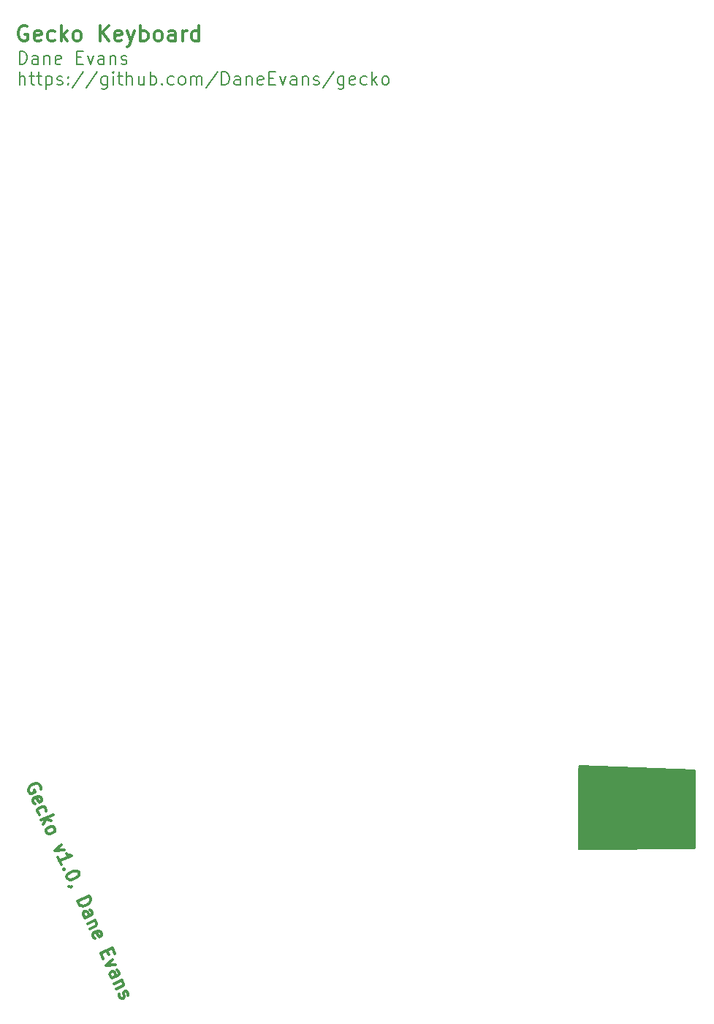
<source format=gbr>
%TF.GenerationSoftware,KiCad,Pcbnew,8.0.3*%
%TF.CreationDate,2024-09-02T20:30:28+10:00*%
%TF.ProjectId,Top_plate,546f705f-706c-4617-9465-2e6b69636164,rev?*%
%TF.SameCoordinates,Original*%
%TF.FileFunction,Copper,L1,Top*%
%TF.FilePolarity,Positive*%
%FSLAX46Y46*%
G04 Gerber Fmt 4.6, Leading zero omitted, Abs format (unit mm)*
G04 Created by KiCad (PCBNEW 8.0.3) date 2024-09-02 20:30:28*
%MOMM*%
%LPD*%
G01*
G04 APERTURE LIST*
%ADD10C,0.200000*%
%TA.AperFunction,NonConductor*%
%ADD11C,0.200000*%
%TD*%
%ADD12C,0.350000*%
%TA.AperFunction,NonConductor*%
%ADD13C,0.350000*%
%TD*%
%ADD14C,0.300000*%
%TA.AperFunction,NonConductor*%
%ADD15C,0.300000*%
%TD*%
G04 APERTURE END LIST*
D10*
D11*
X57688720Y-25391112D02*
X57688720Y-23891112D01*
X57688720Y-23891112D02*
X58045863Y-23891112D01*
X58045863Y-23891112D02*
X58260149Y-23962541D01*
X58260149Y-23962541D02*
X58403006Y-24105398D01*
X58403006Y-24105398D02*
X58474435Y-24248255D01*
X58474435Y-24248255D02*
X58545863Y-24533969D01*
X58545863Y-24533969D02*
X58545863Y-24748255D01*
X58545863Y-24748255D02*
X58474435Y-25033969D01*
X58474435Y-25033969D02*
X58403006Y-25176826D01*
X58403006Y-25176826D02*
X58260149Y-25319684D01*
X58260149Y-25319684D02*
X58045863Y-25391112D01*
X58045863Y-25391112D02*
X57688720Y-25391112D01*
X59831578Y-25391112D02*
X59831578Y-24605398D01*
X59831578Y-24605398D02*
X59760149Y-24462541D01*
X59760149Y-24462541D02*
X59617292Y-24391112D01*
X59617292Y-24391112D02*
X59331578Y-24391112D01*
X59331578Y-24391112D02*
X59188720Y-24462541D01*
X59831578Y-25319684D02*
X59688720Y-25391112D01*
X59688720Y-25391112D02*
X59331578Y-25391112D01*
X59331578Y-25391112D02*
X59188720Y-25319684D01*
X59188720Y-25319684D02*
X59117292Y-25176826D01*
X59117292Y-25176826D02*
X59117292Y-25033969D01*
X59117292Y-25033969D02*
X59188720Y-24891112D01*
X59188720Y-24891112D02*
X59331578Y-24819684D01*
X59331578Y-24819684D02*
X59688720Y-24819684D01*
X59688720Y-24819684D02*
X59831578Y-24748255D01*
X60545863Y-24391112D02*
X60545863Y-25391112D01*
X60545863Y-24533969D02*
X60617292Y-24462541D01*
X60617292Y-24462541D02*
X60760149Y-24391112D01*
X60760149Y-24391112D02*
X60974435Y-24391112D01*
X60974435Y-24391112D02*
X61117292Y-24462541D01*
X61117292Y-24462541D02*
X61188721Y-24605398D01*
X61188721Y-24605398D02*
X61188721Y-25391112D01*
X62474435Y-25319684D02*
X62331578Y-25391112D01*
X62331578Y-25391112D02*
X62045864Y-25391112D01*
X62045864Y-25391112D02*
X61903006Y-25319684D01*
X61903006Y-25319684D02*
X61831578Y-25176826D01*
X61831578Y-25176826D02*
X61831578Y-24605398D01*
X61831578Y-24605398D02*
X61903006Y-24462541D01*
X61903006Y-24462541D02*
X62045864Y-24391112D01*
X62045864Y-24391112D02*
X62331578Y-24391112D01*
X62331578Y-24391112D02*
X62474435Y-24462541D01*
X62474435Y-24462541D02*
X62545864Y-24605398D01*
X62545864Y-24605398D02*
X62545864Y-24748255D01*
X62545864Y-24748255D02*
X61831578Y-24891112D01*
X64331577Y-24605398D02*
X64831577Y-24605398D01*
X65045863Y-25391112D02*
X64331577Y-25391112D01*
X64331577Y-25391112D02*
X64331577Y-23891112D01*
X64331577Y-23891112D02*
X65045863Y-23891112D01*
X65545863Y-24391112D02*
X65903006Y-25391112D01*
X65903006Y-25391112D02*
X66260149Y-24391112D01*
X67474435Y-25391112D02*
X67474435Y-24605398D01*
X67474435Y-24605398D02*
X67403006Y-24462541D01*
X67403006Y-24462541D02*
X67260149Y-24391112D01*
X67260149Y-24391112D02*
X66974435Y-24391112D01*
X66974435Y-24391112D02*
X66831577Y-24462541D01*
X67474435Y-25319684D02*
X67331577Y-25391112D01*
X67331577Y-25391112D02*
X66974435Y-25391112D01*
X66974435Y-25391112D02*
X66831577Y-25319684D01*
X66831577Y-25319684D02*
X66760149Y-25176826D01*
X66760149Y-25176826D02*
X66760149Y-25033969D01*
X66760149Y-25033969D02*
X66831577Y-24891112D01*
X66831577Y-24891112D02*
X66974435Y-24819684D01*
X66974435Y-24819684D02*
X67331577Y-24819684D01*
X67331577Y-24819684D02*
X67474435Y-24748255D01*
X68188720Y-24391112D02*
X68188720Y-25391112D01*
X68188720Y-24533969D02*
X68260149Y-24462541D01*
X68260149Y-24462541D02*
X68403006Y-24391112D01*
X68403006Y-24391112D02*
X68617292Y-24391112D01*
X68617292Y-24391112D02*
X68760149Y-24462541D01*
X68760149Y-24462541D02*
X68831578Y-24605398D01*
X68831578Y-24605398D02*
X68831578Y-25391112D01*
X69474435Y-25319684D02*
X69617292Y-25391112D01*
X69617292Y-25391112D02*
X69903006Y-25391112D01*
X69903006Y-25391112D02*
X70045863Y-25319684D01*
X70045863Y-25319684D02*
X70117292Y-25176826D01*
X70117292Y-25176826D02*
X70117292Y-25105398D01*
X70117292Y-25105398D02*
X70045863Y-24962541D01*
X70045863Y-24962541D02*
X69903006Y-24891112D01*
X69903006Y-24891112D02*
X69688721Y-24891112D01*
X69688721Y-24891112D02*
X69545863Y-24819684D01*
X69545863Y-24819684D02*
X69474435Y-24676826D01*
X69474435Y-24676826D02*
X69474435Y-24605398D01*
X69474435Y-24605398D02*
X69545863Y-24462541D01*
X69545863Y-24462541D02*
X69688721Y-24391112D01*
X69688721Y-24391112D02*
X69903006Y-24391112D01*
X69903006Y-24391112D02*
X70045863Y-24462541D01*
X57688720Y-27806028D02*
X57688720Y-26306028D01*
X58331578Y-27806028D02*
X58331578Y-27020314D01*
X58331578Y-27020314D02*
X58260149Y-26877457D01*
X58260149Y-26877457D02*
X58117292Y-26806028D01*
X58117292Y-26806028D02*
X57903006Y-26806028D01*
X57903006Y-26806028D02*
X57760149Y-26877457D01*
X57760149Y-26877457D02*
X57688720Y-26948885D01*
X58831578Y-26806028D02*
X59403006Y-26806028D01*
X59045863Y-26306028D02*
X59045863Y-27591742D01*
X59045863Y-27591742D02*
X59117292Y-27734600D01*
X59117292Y-27734600D02*
X59260149Y-27806028D01*
X59260149Y-27806028D02*
X59403006Y-27806028D01*
X59688721Y-26806028D02*
X60260149Y-26806028D01*
X59903006Y-26306028D02*
X59903006Y-27591742D01*
X59903006Y-27591742D02*
X59974435Y-27734600D01*
X59974435Y-27734600D02*
X60117292Y-27806028D01*
X60117292Y-27806028D02*
X60260149Y-27806028D01*
X60760149Y-26806028D02*
X60760149Y-28306028D01*
X60760149Y-26877457D02*
X60903007Y-26806028D01*
X60903007Y-26806028D02*
X61188721Y-26806028D01*
X61188721Y-26806028D02*
X61331578Y-26877457D01*
X61331578Y-26877457D02*
X61403007Y-26948885D01*
X61403007Y-26948885D02*
X61474435Y-27091742D01*
X61474435Y-27091742D02*
X61474435Y-27520314D01*
X61474435Y-27520314D02*
X61403007Y-27663171D01*
X61403007Y-27663171D02*
X61331578Y-27734600D01*
X61331578Y-27734600D02*
X61188721Y-27806028D01*
X61188721Y-27806028D02*
X60903007Y-27806028D01*
X60903007Y-27806028D02*
X60760149Y-27734600D01*
X62045864Y-27734600D02*
X62188721Y-27806028D01*
X62188721Y-27806028D02*
X62474435Y-27806028D01*
X62474435Y-27806028D02*
X62617292Y-27734600D01*
X62617292Y-27734600D02*
X62688721Y-27591742D01*
X62688721Y-27591742D02*
X62688721Y-27520314D01*
X62688721Y-27520314D02*
X62617292Y-27377457D01*
X62617292Y-27377457D02*
X62474435Y-27306028D01*
X62474435Y-27306028D02*
X62260150Y-27306028D01*
X62260150Y-27306028D02*
X62117292Y-27234600D01*
X62117292Y-27234600D02*
X62045864Y-27091742D01*
X62045864Y-27091742D02*
X62045864Y-27020314D01*
X62045864Y-27020314D02*
X62117292Y-26877457D01*
X62117292Y-26877457D02*
X62260150Y-26806028D01*
X62260150Y-26806028D02*
X62474435Y-26806028D01*
X62474435Y-26806028D02*
X62617292Y-26877457D01*
X63331578Y-27663171D02*
X63403007Y-27734600D01*
X63403007Y-27734600D02*
X63331578Y-27806028D01*
X63331578Y-27806028D02*
X63260150Y-27734600D01*
X63260150Y-27734600D02*
X63331578Y-27663171D01*
X63331578Y-27663171D02*
X63331578Y-27806028D01*
X63331578Y-26877457D02*
X63403007Y-26948885D01*
X63403007Y-26948885D02*
X63331578Y-27020314D01*
X63331578Y-27020314D02*
X63260150Y-26948885D01*
X63260150Y-26948885D02*
X63331578Y-26877457D01*
X63331578Y-26877457D02*
X63331578Y-27020314D01*
X65117293Y-26234600D02*
X63831579Y-28163171D01*
X66688722Y-26234600D02*
X65403008Y-28163171D01*
X67831580Y-26806028D02*
X67831580Y-28020314D01*
X67831580Y-28020314D02*
X67760151Y-28163171D01*
X67760151Y-28163171D02*
X67688722Y-28234600D01*
X67688722Y-28234600D02*
X67545865Y-28306028D01*
X67545865Y-28306028D02*
X67331580Y-28306028D01*
X67331580Y-28306028D02*
X67188722Y-28234600D01*
X67831580Y-27734600D02*
X67688722Y-27806028D01*
X67688722Y-27806028D02*
X67403008Y-27806028D01*
X67403008Y-27806028D02*
X67260151Y-27734600D01*
X67260151Y-27734600D02*
X67188722Y-27663171D01*
X67188722Y-27663171D02*
X67117294Y-27520314D01*
X67117294Y-27520314D02*
X67117294Y-27091742D01*
X67117294Y-27091742D02*
X67188722Y-26948885D01*
X67188722Y-26948885D02*
X67260151Y-26877457D01*
X67260151Y-26877457D02*
X67403008Y-26806028D01*
X67403008Y-26806028D02*
X67688722Y-26806028D01*
X67688722Y-26806028D02*
X67831580Y-26877457D01*
X68545865Y-27806028D02*
X68545865Y-26806028D01*
X68545865Y-26306028D02*
X68474437Y-26377457D01*
X68474437Y-26377457D02*
X68545865Y-26448885D01*
X68545865Y-26448885D02*
X68617294Y-26377457D01*
X68617294Y-26377457D02*
X68545865Y-26306028D01*
X68545865Y-26306028D02*
X68545865Y-26448885D01*
X69045866Y-26806028D02*
X69617294Y-26806028D01*
X69260151Y-26306028D02*
X69260151Y-27591742D01*
X69260151Y-27591742D02*
X69331580Y-27734600D01*
X69331580Y-27734600D02*
X69474437Y-27806028D01*
X69474437Y-27806028D02*
X69617294Y-27806028D01*
X70117294Y-27806028D02*
X70117294Y-26306028D01*
X70760152Y-27806028D02*
X70760152Y-27020314D01*
X70760152Y-27020314D02*
X70688723Y-26877457D01*
X70688723Y-26877457D02*
X70545866Y-26806028D01*
X70545866Y-26806028D02*
X70331580Y-26806028D01*
X70331580Y-26806028D02*
X70188723Y-26877457D01*
X70188723Y-26877457D02*
X70117294Y-26948885D01*
X72117295Y-26806028D02*
X72117295Y-27806028D01*
X71474437Y-26806028D02*
X71474437Y-27591742D01*
X71474437Y-27591742D02*
X71545866Y-27734600D01*
X71545866Y-27734600D02*
X71688723Y-27806028D01*
X71688723Y-27806028D02*
X71903009Y-27806028D01*
X71903009Y-27806028D02*
X72045866Y-27734600D01*
X72045866Y-27734600D02*
X72117295Y-27663171D01*
X72831580Y-27806028D02*
X72831580Y-26306028D01*
X72831580Y-26877457D02*
X72974438Y-26806028D01*
X72974438Y-26806028D02*
X73260152Y-26806028D01*
X73260152Y-26806028D02*
X73403009Y-26877457D01*
X73403009Y-26877457D02*
X73474438Y-26948885D01*
X73474438Y-26948885D02*
X73545866Y-27091742D01*
X73545866Y-27091742D02*
X73545866Y-27520314D01*
X73545866Y-27520314D02*
X73474438Y-27663171D01*
X73474438Y-27663171D02*
X73403009Y-27734600D01*
X73403009Y-27734600D02*
X73260152Y-27806028D01*
X73260152Y-27806028D02*
X72974438Y-27806028D01*
X72974438Y-27806028D02*
X72831580Y-27734600D01*
X74188723Y-27663171D02*
X74260152Y-27734600D01*
X74260152Y-27734600D02*
X74188723Y-27806028D01*
X74188723Y-27806028D02*
X74117295Y-27734600D01*
X74117295Y-27734600D02*
X74188723Y-27663171D01*
X74188723Y-27663171D02*
X74188723Y-27806028D01*
X75545867Y-27734600D02*
X75403009Y-27806028D01*
X75403009Y-27806028D02*
X75117295Y-27806028D01*
X75117295Y-27806028D02*
X74974438Y-27734600D01*
X74974438Y-27734600D02*
X74903009Y-27663171D01*
X74903009Y-27663171D02*
X74831581Y-27520314D01*
X74831581Y-27520314D02*
X74831581Y-27091742D01*
X74831581Y-27091742D02*
X74903009Y-26948885D01*
X74903009Y-26948885D02*
X74974438Y-26877457D01*
X74974438Y-26877457D02*
X75117295Y-26806028D01*
X75117295Y-26806028D02*
X75403009Y-26806028D01*
X75403009Y-26806028D02*
X75545867Y-26877457D01*
X76403009Y-27806028D02*
X76260152Y-27734600D01*
X76260152Y-27734600D02*
X76188723Y-27663171D01*
X76188723Y-27663171D02*
X76117295Y-27520314D01*
X76117295Y-27520314D02*
X76117295Y-27091742D01*
X76117295Y-27091742D02*
X76188723Y-26948885D01*
X76188723Y-26948885D02*
X76260152Y-26877457D01*
X76260152Y-26877457D02*
X76403009Y-26806028D01*
X76403009Y-26806028D02*
X76617295Y-26806028D01*
X76617295Y-26806028D02*
X76760152Y-26877457D01*
X76760152Y-26877457D02*
X76831581Y-26948885D01*
X76831581Y-26948885D02*
X76903009Y-27091742D01*
X76903009Y-27091742D02*
X76903009Y-27520314D01*
X76903009Y-27520314D02*
X76831581Y-27663171D01*
X76831581Y-27663171D02*
X76760152Y-27734600D01*
X76760152Y-27734600D02*
X76617295Y-27806028D01*
X76617295Y-27806028D02*
X76403009Y-27806028D01*
X77545866Y-27806028D02*
X77545866Y-26806028D01*
X77545866Y-26948885D02*
X77617295Y-26877457D01*
X77617295Y-26877457D02*
X77760152Y-26806028D01*
X77760152Y-26806028D02*
X77974438Y-26806028D01*
X77974438Y-26806028D02*
X78117295Y-26877457D01*
X78117295Y-26877457D02*
X78188724Y-27020314D01*
X78188724Y-27020314D02*
X78188724Y-27806028D01*
X78188724Y-27020314D02*
X78260152Y-26877457D01*
X78260152Y-26877457D02*
X78403009Y-26806028D01*
X78403009Y-26806028D02*
X78617295Y-26806028D01*
X78617295Y-26806028D02*
X78760152Y-26877457D01*
X78760152Y-26877457D02*
X78831581Y-27020314D01*
X78831581Y-27020314D02*
X78831581Y-27806028D01*
X80617295Y-26234600D02*
X79331581Y-28163171D01*
X81117295Y-27806028D02*
X81117295Y-26306028D01*
X81117295Y-26306028D02*
X81474438Y-26306028D01*
X81474438Y-26306028D02*
X81688724Y-26377457D01*
X81688724Y-26377457D02*
X81831581Y-26520314D01*
X81831581Y-26520314D02*
X81903010Y-26663171D01*
X81903010Y-26663171D02*
X81974438Y-26948885D01*
X81974438Y-26948885D02*
X81974438Y-27163171D01*
X81974438Y-27163171D02*
X81903010Y-27448885D01*
X81903010Y-27448885D02*
X81831581Y-27591742D01*
X81831581Y-27591742D02*
X81688724Y-27734600D01*
X81688724Y-27734600D02*
X81474438Y-27806028D01*
X81474438Y-27806028D02*
X81117295Y-27806028D01*
X83260153Y-27806028D02*
X83260153Y-27020314D01*
X83260153Y-27020314D02*
X83188724Y-26877457D01*
X83188724Y-26877457D02*
X83045867Y-26806028D01*
X83045867Y-26806028D02*
X82760153Y-26806028D01*
X82760153Y-26806028D02*
X82617295Y-26877457D01*
X83260153Y-27734600D02*
X83117295Y-27806028D01*
X83117295Y-27806028D02*
X82760153Y-27806028D01*
X82760153Y-27806028D02*
X82617295Y-27734600D01*
X82617295Y-27734600D02*
X82545867Y-27591742D01*
X82545867Y-27591742D02*
X82545867Y-27448885D01*
X82545867Y-27448885D02*
X82617295Y-27306028D01*
X82617295Y-27306028D02*
X82760153Y-27234600D01*
X82760153Y-27234600D02*
X83117295Y-27234600D01*
X83117295Y-27234600D02*
X83260153Y-27163171D01*
X83974438Y-26806028D02*
X83974438Y-27806028D01*
X83974438Y-26948885D02*
X84045867Y-26877457D01*
X84045867Y-26877457D02*
X84188724Y-26806028D01*
X84188724Y-26806028D02*
X84403010Y-26806028D01*
X84403010Y-26806028D02*
X84545867Y-26877457D01*
X84545867Y-26877457D02*
X84617296Y-27020314D01*
X84617296Y-27020314D02*
X84617296Y-27806028D01*
X85903010Y-27734600D02*
X85760153Y-27806028D01*
X85760153Y-27806028D02*
X85474439Y-27806028D01*
X85474439Y-27806028D02*
X85331581Y-27734600D01*
X85331581Y-27734600D02*
X85260153Y-27591742D01*
X85260153Y-27591742D02*
X85260153Y-27020314D01*
X85260153Y-27020314D02*
X85331581Y-26877457D01*
X85331581Y-26877457D02*
X85474439Y-26806028D01*
X85474439Y-26806028D02*
X85760153Y-26806028D01*
X85760153Y-26806028D02*
X85903010Y-26877457D01*
X85903010Y-26877457D02*
X85974439Y-27020314D01*
X85974439Y-27020314D02*
X85974439Y-27163171D01*
X85974439Y-27163171D02*
X85260153Y-27306028D01*
X86617295Y-27020314D02*
X87117295Y-27020314D01*
X87331581Y-27806028D02*
X86617295Y-27806028D01*
X86617295Y-27806028D02*
X86617295Y-26306028D01*
X86617295Y-26306028D02*
X87331581Y-26306028D01*
X87831581Y-26806028D02*
X88188724Y-27806028D01*
X88188724Y-27806028D02*
X88545867Y-26806028D01*
X89760153Y-27806028D02*
X89760153Y-27020314D01*
X89760153Y-27020314D02*
X89688724Y-26877457D01*
X89688724Y-26877457D02*
X89545867Y-26806028D01*
X89545867Y-26806028D02*
X89260153Y-26806028D01*
X89260153Y-26806028D02*
X89117295Y-26877457D01*
X89760153Y-27734600D02*
X89617295Y-27806028D01*
X89617295Y-27806028D02*
X89260153Y-27806028D01*
X89260153Y-27806028D02*
X89117295Y-27734600D01*
X89117295Y-27734600D02*
X89045867Y-27591742D01*
X89045867Y-27591742D02*
X89045867Y-27448885D01*
X89045867Y-27448885D02*
X89117295Y-27306028D01*
X89117295Y-27306028D02*
X89260153Y-27234600D01*
X89260153Y-27234600D02*
X89617295Y-27234600D01*
X89617295Y-27234600D02*
X89760153Y-27163171D01*
X90474438Y-26806028D02*
X90474438Y-27806028D01*
X90474438Y-26948885D02*
X90545867Y-26877457D01*
X90545867Y-26877457D02*
X90688724Y-26806028D01*
X90688724Y-26806028D02*
X90903010Y-26806028D01*
X90903010Y-26806028D02*
X91045867Y-26877457D01*
X91045867Y-26877457D02*
X91117296Y-27020314D01*
X91117296Y-27020314D02*
X91117296Y-27806028D01*
X91760153Y-27734600D02*
X91903010Y-27806028D01*
X91903010Y-27806028D02*
X92188724Y-27806028D01*
X92188724Y-27806028D02*
X92331581Y-27734600D01*
X92331581Y-27734600D02*
X92403010Y-27591742D01*
X92403010Y-27591742D02*
X92403010Y-27520314D01*
X92403010Y-27520314D02*
X92331581Y-27377457D01*
X92331581Y-27377457D02*
X92188724Y-27306028D01*
X92188724Y-27306028D02*
X91974439Y-27306028D01*
X91974439Y-27306028D02*
X91831581Y-27234600D01*
X91831581Y-27234600D02*
X91760153Y-27091742D01*
X91760153Y-27091742D02*
X91760153Y-27020314D01*
X91760153Y-27020314D02*
X91831581Y-26877457D01*
X91831581Y-26877457D02*
X91974439Y-26806028D01*
X91974439Y-26806028D02*
X92188724Y-26806028D01*
X92188724Y-26806028D02*
X92331581Y-26877457D01*
X94117296Y-26234600D02*
X92831582Y-28163171D01*
X95260154Y-26806028D02*
X95260154Y-28020314D01*
X95260154Y-28020314D02*
X95188725Y-28163171D01*
X95188725Y-28163171D02*
X95117296Y-28234600D01*
X95117296Y-28234600D02*
X94974439Y-28306028D01*
X94974439Y-28306028D02*
X94760154Y-28306028D01*
X94760154Y-28306028D02*
X94617296Y-28234600D01*
X95260154Y-27734600D02*
X95117296Y-27806028D01*
X95117296Y-27806028D02*
X94831582Y-27806028D01*
X94831582Y-27806028D02*
X94688725Y-27734600D01*
X94688725Y-27734600D02*
X94617296Y-27663171D01*
X94617296Y-27663171D02*
X94545868Y-27520314D01*
X94545868Y-27520314D02*
X94545868Y-27091742D01*
X94545868Y-27091742D02*
X94617296Y-26948885D01*
X94617296Y-26948885D02*
X94688725Y-26877457D01*
X94688725Y-26877457D02*
X94831582Y-26806028D01*
X94831582Y-26806028D02*
X95117296Y-26806028D01*
X95117296Y-26806028D02*
X95260154Y-26877457D01*
X96545868Y-27734600D02*
X96403011Y-27806028D01*
X96403011Y-27806028D02*
X96117297Y-27806028D01*
X96117297Y-27806028D02*
X95974439Y-27734600D01*
X95974439Y-27734600D02*
X95903011Y-27591742D01*
X95903011Y-27591742D02*
X95903011Y-27020314D01*
X95903011Y-27020314D02*
X95974439Y-26877457D01*
X95974439Y-26877457D02*
X96117297Y-26806028D01*
X96117297Y-26806028D02*
X96403011Y-26806028D01*
X96403011Y-26806028D02*
X96545868Y-26877457D01*
X96545868Y-26877457D02*
X96617297Y-27020314D01*
X96617297Y-27020314D02*
X96617297Y-27163171D01*
X96617297Y-27163171D02*
X95903011Y-27306028D01*
X97903011Y-27734600D02*
X97760153Y-27806028D01*
X97760153Y-27806028D02*
X97474439Y-27806028D01*
X97474439Y-27806028D02*
X97331582Y-27734600D01*
X97331582Y-27734600D02*
X97260153Y-27663171D01*
X97260153Y-27663171D02*
X97188725Y-27520314D01*
X97188725Y-27520314D02*
X97188725Y-27091742D01*
X97188725Y-27091742D02*
X97260153Y-26948885D01*
X97260153Y-26948885D02*
X97331582Y-26877457D01*
X97331582Y-26877457D02*
X97474439Y-26806028D01*
X97474439Y-26806028D02*
X97760153Y-26806028D01*
X97760153Y-26806028D02*
X97903011Y-26877457D01*
X98545867Y-27806028D02*
X98545867Y-26306028D01*
X98688725Y-27234600D02*
X99117296Y-27806028D01*
X99117296Y-26806028D02*
X98545867Y-27377457D01*
X99974439Y-27806028D02*
X99831582Y-27734600D01*
X99831582Y-27734600D02*
X99760153Y-27663171D01*
X99760153Y-27663171D02*
X99688725Y-27520314D01*
X99688725Y-27520314D02*
X99688725Y-27091742D01*
X99688725Y-27091742D02*
X99760153Y-26948885D01*
X99760153Y-26948885D02*
X99831582Y-26877457D01*
X99831582Y-26877457D02*
X99974439Y-26806028D01*
X99974439Y-26806028D02*
X100188725Y-26806028D01*
X100188725Y-26806028D02*
X100331582Y-26877457D01*
X100331582Y-26877457D02*
X100403011Y-26948885D01*
X100403011Y-26948885D02*
X100474439Y-27091742D01*
X100474439Y-27091742D02*
X100474439Y-27520314D01*
X100474439Y-27520314D02*
X100403011Y-27663171D01*
X100403011Y-27663171D02*
X100331582Y-27734600D01*
X100331582Y-27734600D02*
X100188725Y-27806028D01*
X100188725Y-27806028D02*
X99974439Y-27806028D01*
D12*
D13*
X58601691Y-21047228D02*
X58430263Y-20961514D01*
X58430263Y-20961514D02*
X58173120Y-20961514D01*
X58173120Y-20961514D02*
X57915977Y-21047228D01*
X57915977Y-21047228D02*
X57744548Y-21218657D01*
X57744548Y-21218657D02*
X57658834Y-21390085D01*
X57658834Y-21390085D02*
X57573120Y-21732942D01*
X57573120Y-21732942D02*
X57573120Y-21990085D01*
X57573120Y-21990085D02*
X57658834Y-22332942D01*
X57658834Y-22332942D02*
X57744548Y-22504371D01*
X57744548Y-22504371D02*
X57915977Y-22675800D01*
X57915977Y-22675800D02*
X58173120Y-22761514D01*
X58173120Y-22761514D02*
X58344548Y-22761514D01*
X58344548Y-22761514D02*
X58601691Y-22675800D01*
X58601691Y-22675800D02*
X58687405Y-22590085D01*
X58687405Y-22590085D02*
X58687405Y-21990085D01*
X58687405Y-21990085D02*
X58344548Y-21990085D01*
X60144548Y-22675800D02*
X59973120Y-22761514D01*
X59973120Y-22761514D02*
X59630263Y-22761514D01*
X59630263Y-22761514D02*
X59458834Y-22675800D01*
X59458834Y-22675800D02*
X59373120Y-22504371D01*
X59373120Y-22504371D02*
X59373120Y-21818657D01*
X59373120Y-21818657D02*
X59458834Y-21647228D01*
X59458834Y-21647228D02*
X59630263Y-21561514D01*
X59630263Y-21561514D02*
X59973120Y-21561514D01*
X59973120Y-21561514D02*
X60144548Y-21647228D01*
X60144548Y-21647228D02*
X60230263Y-21818657D01*
X60230263Y-21818657D02*
X60230263Y-21990085D01*
X60230263Y-21990085D02*
X59373120Y-22161514D01*
X61773120Y-22675800D02*
X61601691Y-22761514D01*
X61601691Y-22761514D02*
X61258834Y-22761514D01*
X61258834Y-22761514D02*
X61087405Y-22675800D01*
X61087405Y-22675800D02*
X61001691Y-22590085D01*
X61001691Y-22590085D02*
X60915977Y-22418657D01*
X60915977Y-22418657D02*
X60915977Y-21904371D01*
X60915977Y-21904371D02*
X61001691Y-21732942D01*
X61001691Y-21732942D02*
X61087405Y-21647228D01*
X61087405Y-21647228D02*
X61258834Y-21561514D01*
X61258834Y-21561514D02*
X61601691Y-21561514D01*
X61601691Y-21561514D02*
X61773120Y-21647228D01*
X62544548Y-22761514D02*
X62544548Y-20961514D01*
X62715977Y-22075800D02*
X63230262Y-22761514D01*
X63230262Y-21561514D02*
X62544548Y-22247228D01*
X64258834Y-22761514D02*
X64087405Y-22675800D01*
X64087405Y-22675800D02*
X64001691Y-22590085D01*
X64001691Y-22590085D02*
X63915977Y-22418657D01*
X63915977Y-22418657D02*
X63915977Y-21904371D01*
X63915977Y-21904371D02*
X64001691Y-21732942D01*
X64001691Y-21732942D02*
X64087405Y-21647228D01*
X64087405Y-21647228D02*
X64258834Y-21561514D01*
X64258834Y-21561514D02*
X64515977Y-21561514D01*
X64515977Y-21561514D02*
X64687405Y-21647228D01*
X64687405Y-21647228D02*
X64773120Y-21732942D01*
X64773120Y-21732942D02*
X64858834Y-21904371D01*
X64858834Y-21904371D02*
X64858834Y-22418657D01*
X64858834Y-22418657D02*
X64773120Y-22590085D01*
X64773120Y-22590085D02*
X64687405Y-22675800D01*
X64687405Y-22675800D02*
X64515977Y-22761514D01*
X64515977Y-22761514D02*
X64258834Y-22761514D01*
X67001691Y-22761514D02*
X67001691Y-20961514D01*
X68030262Y-22761514D02*
X67258834Y-21732942D01*
X68030262Y-20961514D02*
X67001691Y-21990085D01*
X69487405Y-22675800D02*
X69315977Y-22761514D01*
X69315977Y-22761514D02*
X68973120Y-22761514D01*
X68973120Y-22761514D02*
X68801691Y-22675800D01*
X68801691Y-22675800D02*
X68715977Y-22504371D01*
X68715977Y-22504371D02*
X68715977Y-21818657D01*
X68715977Y-21818657D02*
X68801691Y-21647228D01*
X68801691Y-21647228D02*
X68973120Y-21561514D01*
X68973120Y-21561514D02*
X69315977Y-21561514D01*
X69315977Y-21561514D02*
X69487405Y-21647228D01*
X69487405Y-21647228D02*
X69573120Y-21818657D01*
X69573120Y-21818657D02*
X69573120Y-21990085D01*
X69573120Y-21990085D02*
X68715977Y-22161514D01*
X70173119Y-21561514D02*
X70601691Y-22761514D01*
X71030262Y-21561514D02*
X70601691Y-22761514D01*
X70601691Y-22761514D02*
X70430262Y-23190085D01*
X70430262Y-23190085D02*
X70344548Y-23275800D01*
X70344548Y-23275800D02*
X70173119Y-23361514D01*
X71715977Y-22761514D02*
X71715977Y-20961514D01*
X71715977Y-21647228D02*
X71887406Y-21561514D01*
X71887406Y-21561514D02*
X72230263Y-21561514D01*
X72230263Y-21561514D02*
X72401691Y-21647228D01*
X72401691Y-21647228D02*
X72487406Y-21732942D01*
X72487406Y-21732942D02*
X72573120Y-21904371D01*
X72573120Y-21904371D02*
X72573120Y-22418657D01*
X72573120Y-22418657D02*
X72487406Y-22590085D01*
X72487406Y-22590085D02*
X72401691Y-22675800D01*
X72401691Y-22675800D02*
X72230263Y-22761514D01*
X72230263Y-22761514D02*
X71887406Y-22761514D01*
X71887406Y-22761514D02*
X71715977Y-22675800D01*
X73601691Y-22761514D02*
X73430262Y-22675800D01*
X73430262Y-22675800D02*
X73344548Y-22590085D01*
X73344548Y-22590085D02*
X73258834Y-22418657D01*
X73258834Y-22418657D02*
X73258834Y-21904371D01*
X73258834Y-21904371D02*
X73344548Y-21732942D01*
X73344548Y-21732942D02*
X73430262Y-21647228D01*
X73430262Y-21647228D02*
X73601691Y-21561514D01*
X73601691Y-21561514D02*
X73858834Y-21561514D01*
X73858834Y-21561514D02*
X74030262Y-21647228D01*
X74030262Y-21647228D02*
X74115977Y-21732942D01*
X74115977Y-21732942D02*
X74201691Y-21904371D01*
X74201691Y-21904371D02*
X74201691Y-22418657D01*
X74201691Y-22418657D02*
X74115977Y-22590085D01*
X74115977Y-22590085D02*
X74030262Y-22675800D01*
X74030262Y-22675800D02*
X73858834Y-22761514D01*
X73858834Y-22761514D02*
X73601691Y-22761514D01*
X75744548Y-22761514D02*
X75744548Y-21818657D01*
X75744548Y-21818657D02*
X75658833Y-21647228D01*
X75658833Y-21647228D02*
X75487405Y-21561514D01*
X75487405Y-21561514D02*
X75144548Y-21561514D01*
X75144548Y-21561514D02*
X74973119Y-21647228D01*
X75744548Y-22675800D02*
X75573119Y-22761514D01*
X75573119Y-22761514D02*
X75144548Y-22761514D01*
X75144548Y-22761514D02*
X74973119Y-22675800D01*
X74973119Y-22675800D02*
X74887405Y-22504371D01*
X74887405Y-22504371D02*
X74887405Y-22332942D01*
X74887405Y-22332942D02*
X74973119Y-22161514D01*
X74973119Y-22161514D02*
X75144548Y-22075800D01*
X75144548Y-22075800D02*
X75573119Y-22075800D01*
X75573119Y-22075800D02*
X75744548Y-21990085D01*
X76601690Y-22761514D02*
X76601690Y-21561514D01*
X76601690Y-21904371D02*
X76687404Y-21732942D01*
X76687404Y-21732942D02*
X76773119Y-21647228D01*
X76773119Y-21647228D02*
X76944547Y-21561514D01*
X76944547Y-21561514D02*
X77115976Y-21561514D01*
X78487405Y-22761514D02*
X78487405Y-20961514D01*
X78487405Y-22675800D02*
X78315976Y-22761514D01*
X78315976Y-22761514D02*
X77973119Y-22761514D01*
X77973119Y-22761514D02*
X77801690Y-22675800D01*
X77801690Y-22675800D02*
X77715976Y-22590085D01*
X77715976Y-22590085D02*
X77630262Y-22418657D01*
X77630262Y-22418657D02*
X77630262Y-21904371D01*
X77630262Y-21904371D02*
X77715976Y-21732942D01*
X77715976Y-21732942D02*
X77801690Y-21647228D01*
X77801690Y-21647228D02*
X77973119Y-21561514D01*
X77973119Y-21561514D02*
X78315976Y-21561514D01*
X78315976Y-21561514D02*
X78487405Y-21647228D01*
D14*
D15*
X60172135Y-109292293D02*
X60179283Y-109132734D01*
X60179283Y-109132734D02*
X60092125Y-108936975D01*
X60092125Y-108936975D02*
X59939714Y-108770267D01*
X59939714Y-108770267D02*
X59751103Y-108697866D01*
X59751103Y-108697866D02*
X59591543Y-108690718D01*
X59591543Y-108690718D02*
X59301478Y-108741675D01*
X59301478Y-108741675D02*
X59105718Y-108828833D01*
X59105718Y-108828833D02*
X58873758Y-109010297D01*
X58873758Y-109010297D02*
X58772304Y-109133655D01*
X58772304Y-109133655D02*
X58699903Y-109322267D01*
X58699903Y-109322267D02*
X58721807Y-109547080D01*
X58721807Y-109547080D02*
X58779912Y-109677586D01*
X58779912Y-109677586D02*
X58932324Y-109844293D01*
X58932324Y-109844293D02*
X59026629Y-109880494D01*
X59026629Y-109880494D02*
X59483402Y-109677125D01*
X59483402Y-109677125D02*
X59367192Y-109416112D01*
X59455271Y-111018852D02*
X59331912Y-110917398D01*
X59331912Y-110917398D02*
X59215702Y-110656385D01*
X59215702Y-110656385D02*
X59222850Y-110496826D01*
X59222850Y-110496826D02*
X59324304Y-110373467D01*
X59324304Y-110373467D02*
X59846330Y-110141046D01*
X59846330Y-110141046D02*
X60005889Y-110148194D01*
X60005889Y-110148194D02*
X60129247Y-110249648D01*
X60129247Y-110249648D02*
X60245458Y-110510661D01*
X60245458Y-110510661D02*
X60238310Y-110670220D01*
X60238310Y-110670220D02*
X60136856Y-110793579D01*
X60136856Y-110793579D02*
X60006349Y-110851684D01*
X60006349Y-110851684D02*
X59585317Y-110257257D01*
X60007270Y-112258663D02*
X59883912Y-112157209D01*
X59883912Y-112157209D02*
X59767701Y-111896196D01*
X59767701Y-111896196D02*
X59774849Y-111736637D01*
X59774849Y-111736637D02*
X59811050Y-111642331D01*
X59811050Y-111642331D02*
X59912504Y-111518973D01*
X59912504Y-111518973D02*
X60304023Y-111344657D01*
X60304023Y-111344657D02*
X60463582Y-111351805D01*
X60463582Y-111351805D02*
X60557888Y-111388006D01*
X60557888Y-111388006D02*
X60681247Y-111489460D01*
X60681247Y-111489460D02*
X60797457Y-111750473D01*
X60797457Y-111750473D02*
X60790309Y-111910032D01*
X60203490Y-112874995D02*
X61573809Y-112264890D01*
X60783622Y-112773080D02*
X60435911Y-113397021D01*
X61349457Y-112990284D02*
X60595010Y-112700679D01*
X60784543Y-114180060D02*
X60791691Y-114020501D01*
X60791691Y-114020501D02*
X60827892Y-113926195D01*
X60827892Y-113926195D02*
X60929345Y-113802836D01*
X60929345Y-113802836D02*
X61320865Y-113628521D01*
X61320865Y-113628521D02*
X61480424Y-113635669D01*
X61480424Y-113635669D02*
X61574730Y-113671869D01*
X61574730Y-113671869D02*
X61698088Y-113773323D01*
X61698088Y-113773323D02*
X61785246Y-113969083D01*
X61785246Y-113969083D02*
X61778098Y-114128642D01*
X61778098Y-114128642D02*
X61741898Y-114222948D01*
X61741898Y-114222948D02*
X61640444Y-114346306D01*
X61640444Y-114346306D02*
X61248924Y-114520622D01*
X61248924Y-114520622D02*
X61089365Y-114513474D01*
X61089365Y-114513474D02*
X60995059Y-114477273D01*
X60995059Y-114477273D02*
X60871701Y-114375820D01*
X60871701Y-114375820D02*
X60784543Y-114180060D01*
X62569667Y-115730921D02*
X61801385Y-116463923D01*
X61801385Y-116463923D02*
X62860193Y-116383453D01*
X62498647Y-118030001D02*
X62150016Y-117246962D01*
X62324332Y-117638482D02*
X63694650Y-117028377D01*
X63694650Y-117028377D02*
X63440785Y-116985028D01*
X63440785Y-116985028D02*
X63252173Y-116912627D01*
X63252173Y-116912627D02*
X63128815Y-116811173D01*
X62890627Y-118559175D02*
X62854427Y-118653481D01*
X62854427Y-118653481D02*
X62760121Y-118617280D01*
X62760121Y-118617280D02*
X62796321Y-118522974D01*
X62796321Y-118522974D02*
X62890627Y-118559175D01*
X62890627Y-118559175D02*
X62760121Y-118617280D01*
X64537176Y-118920721D02*
X64595281Y-119051227D01*
X64595281Y-119051227D02*
X64588133Y-119210786D01*
X64588133Y-119210786D02*
X64551932Y-119305092D01*
X64551932Y-119305092D02*
X64450478Y-119428451D01*
X64450478Y-119428451D02*
X64218518Y-119609915D01*
X64218518Y-119609915D02*
X63892252Y-119755178D01*
X63892252Y-119755178D02*
X63602186Y-119806135D01*
X63602186Y-119806135D02*
X63442627Y-119798987D01*
X63442627Y-119798987D02*
X63348321Y-119762786D01*
X63348321Y-119762786D02*
X63224963Y-119661332D01*
X63224963Y-119661332D02*
X63166857Y-119530826D01*
X63166857Y-119530826D02*
X63174005Y-119371267D01*
X63174005Y-119371267D02*
X63210206Y-119276961D01*
X63210206Y-119276961D02*
X63311660Y-119153602D01*
X63311660Y-119153602D02*
X63543620Y-118972139D01*
X63543620Y-118972139D02*
X63869887Y-118826876D01*
X63869887Y-118826876D02*
X64159952Y-118775918D01*
X64159952Y-118775918D02*
X64319511Y-118783066D01*
X64319511Y-118783066D02*
X64413817Y-118819267D01*
X64413817Y-118819267D02*
X64537176Y-118920721D01*
X63726005Y-120611078D02*
X63660752Y-120640131D01*
X63660752Y-120640131D02*
X63501193Y-120632983D01*
X63501193Y-120632983D02*
X63406887Y-120596782D01*
X64387067Y-122271462D02*
X65757385Y-121661357D01*
X65757385Y-121661357D02*
X65902649Y-121987623D01*
X65902649Y-121987623D02*
X65924553Y-122212436D01*
X65924553Y-122212436D02*
X65852152Y-122401047D01*
X65852152Y-122401047D02*
X65750698Y-122524406D01*
X65750698Y-122524406D02*
X65518738Y-122705869D01*
X65518738Y-122705869D02*
X65322978Y-122793027D01*
X65322978Y-122793027D02*
X65032912Y-122843985D01*
X65032912Y-122843985D02*
X64873353Y-122836837D01*
X64873353Y-122836837D02*
X64684741Y-122764435D01*
X64684741Y-122764435D02*
X64532330Y-122597728D01*
X64532330Y-122597728D02*
X64387067Y-122271462D01*
X65258646Y-124229059D02*
X65976432Y-123909481D01*
X65976432Y-123909481D02*
X66077885Y-123786122D01*
X66077885Y-123786122D02*
X66085033Y-123626563D01*
X66085033Y-123626563D02*
X65968823Y-123365550D01*
X65968823Y-123365550D02*
X65845464Y-123264096D01*
X65323899Y-124200007D02*
X65200541Y-124098553D01*
X65200541Y-124098553D02*
X65055277Y-123772287D01*
X65055277Y-123772287D02*
X65062425Y-123612727D01*
X65062425Y-123612727D02*
X65163879Y-123489369D01*
X65163879Y-123489369D02*
X65294386Y-123431264D01*
X65294386Y-123431264D02*
X65453945Y-123438412D01*
X65453945Y-123438412D02*
X65577303Y-123539866D01*
X65577303Y-123539866D02*
X65722567Y-123866132D01*
X65722567Y-123866132D02*
X65845925Y-123967586D01*
X66462717Y-124474855D02*
X65549172Y-124881592D01*
X66332211Y-124532961D02*
X66426517Y-124569161D01*
X66426517Y-124569161D02*
X66549875Y-124670615D01*
X66549875Y-124670615D02*
X66637033Y-124866375D01*
X66637033Y-124866375D02*
X66629885Y-125025934D01*
X66629885Y-125025934D02*
X66528431Y-125149292D01*
X66528431Y-125149292D02*
X65810646Y-125468871D01*
X66398846Y-126614377D02*
X66275488Y-126512923D01*
X66275488Y-126512923D02*
X66159277Y-126251910D01*
X66159277Y-126251910D02*
X66166425Y-126092351D01*
X66166425Y-126092351D02*
X66267879Y-125968993D01*
X66267879Y-125968993D02*
X66789905Y-125736572D01*
X66789905Y-125736572D02*
X66949464Y-125743720D01*
X66949464Y-125743720D02*
X67072823Y-125845174D01*
X67072823Y-125845174D02*
X67189033Y-126106187D01*
X67189033Y-126106187D02*
X67181885Y-126265746D01*
X67181885Y-126265746D02*
X67080431Y-126389104D01*
X67080431Y-126389104D02*
X66949925Y-126447209D01*
X66949925Y-126447209D02*
X66528892Y-125852782D01*
X67806746Y-128020435D02*
X68010115Y-128477208D01*
X67379487Y-128992546D02*
X67088961Y-128340014D01*
X67088961Y-128340014D02*
X68459279Y-127729909D01*
X68459279Y-127729909D02*
X68749805Y-128382441D01*
X68496401Y-129042582D02*
X67728118Y-129775585D01*
X67728118Y-129775585D02*
X68786927Y-129695115D01*
X68367276Y-131211157D02*
X69085062Y-130891578D01*
X69085062Y-130891578D02*
X69186515Y-130768219D01*
X69186515Y-130768219D02*
X69193663Y-130608660D01*
X69193663Y-130608660D02*
X69077453Y-130347647D01*
X69077453Y-130347647D02*
X68954094Y-130246193D01*
X68432529Y-131182104D02*
X68309171Y-131080650D01*
X68309171Y-131080650D02*
X68163907Y-130754384D01*
X68163907Y-130754384D02*
X68171055Y-130594825D01*
X68171055Y-130594825D02*
X68272509Y-130471466D01*
X68272509Y-130471466D02*
X68403016Y-130413361D01*
X68403016Y-130413361D02*
X68562575Y-130420509D01*
X68562575Y-130420509D02*
X68685933Y-130521963D01*
X68685933Y-130521963D02*
X68831197Y-130848229D01*
X68831197Y-130848229D02*
X68954555Y-130949683D01*
X69571347Y-131456953D02*
X68657802Y-131863689D01*
X69440841Y-131515058D02*
X69535147Y-131551258D01*
X69535147Y-131551258D02*
X69658505Y-131652712D01*
X69658505Y-131652712D02*
X69745663Y-131848472D01*
X69745663Y-131848472D02*
X69738515Y-132008031D01*
X69738515Y-132008031D02*
X69637061Y-132131390D01*
X69637061Y-132131390D02*
X68919276Y-132450968D01*
X69246002Y-133009195D02*
X69238854Y-133168754D01*
X69238854Y-133168754D02*
X69355065Y-133429767D01*
X69355065Y-133429767D02*
X69478423Y-133531221D01*
X69478423Y-133531221D02*
X69637982Y-133538369D01*
X69637982Y-133538369D02*
X69703236Y-133509317D01*
X69703236Y-133509317D02*
X69804690Y-133385958D01*
X69804690Y-133385958D02*
X69811838Y-133226399D01*
X69811838Y-133226399D02*
X69724680Y-133030639D01*
X69724680Y-133030639D02*
X69731828Y-132871080D01*
X69731828Y-132871080D02*
X69833282Y-132747722D01*
X69833282Y-132747722D02*
X69898535Y-132718669D01*
X69898535Y-132718669D02*
X70058094Y-132725817D01*
X70058094Y-132725817D02*
X70181453Y-132827271D01*
X70181453Y-132827271D02*
X70268610Y-133023031D01*
X70268610Y-133023031D02*
X70261462Y-133182590D01*
%TA.AperFunction,NonConductor*%
G36*
X135918719Y-107019640D02*
G01*
X135985002Y-107041723D01*
X136028828Y-107096139D01*
X136036277Y-107165610D01*
X136033407Y-107175750D01*
X136033650Y-107175811D01*
X136031701Y-107183699D01*
X136028959Y-107208264D01*
X136026088Y-107224316D01*
X136020142Y-107248319D01*
X136020141Y-107248327D01*
X136020619Y-107273524D01*
X136019875Y-107289630D01*
X136007813Y-107397674D01*
X136004356Y-107416003D01*
X135999506Y-107434105D01*
X135999506Y-107465195D01*
X135998740Y-107478953D01*
X135995278Y-107509954D01*
X135998102Y-107528553D01*
X135999506Y-107547162D01*
X135999506Y-116150486D01*
X135979821Y-116217525D01*
X135927017Y-116263280D01*
X135876632Y-116274481D01*
X122566361Y-116395399D01*
X122499146Y-116376324D01*
X122452913Y-116323938D01*
X122441235Y-116271404D01*
X122441235Y-106841153D01*
X122443886Y-106815652D01*
X122444087Y-106814695D01*
X122444087Y-106814694D01*
X122443930Y-106811832D01*
X122441420Y-106765935D01*
X122441235Y-106759162D01*
X122441235Y-106710345D01*
X122441235Y-106710342D01*
X122440982Y-106709399D01*
X122436942Y-106684080D01*
X122436149Y-106669584D01*
X122452145Y-106601572D01*
X122502372Y-106553003D01*
X122564422Y-106538897D01*
X135918719Y-107019640D01*
G37*
%TD.AperFunction*%
M02*

</source>
